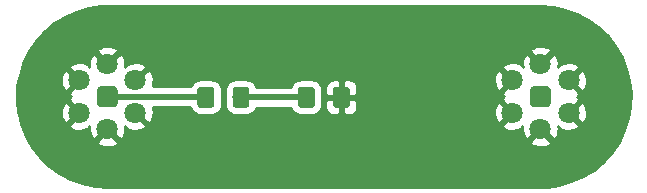
<source format=gbr>
G04 #@! TF.GenerationSoftware,KiCad,Pcbnew,(5.1.5)-3*
G04 #@! TF.CreationDate,2022-07-06T22:09:16+02:00*
G04 #@! TF.ProjectId,Stacked desk light,53746163-6b65-4642-9064-65736b206c69,rev?*
G04 #@! TF.SameCoordinates,Original*
G04 #@! TF.FileFunction,Copper,L1,Top*
G04 #@! TF.FilePolarity,Positive*
%FSLAX46Y46*%
G04 Gerber Fmt 4.6, Leading zero omitted, Abs format (unit mm)*
G04 Created by KiCad (PCBNEW (5.1.5)-3) date 2022-07-06 22:09:16*
%MOMM*%
%LPD*%
G04 APERTURE LIST*
%ADD10C,1.800000*%
%ADD11C,0.100000*%
%ADD12C,0.500000*%
%ADD13C,0.254000*%
G04 APERTURE END LIST*
D10*
X115955598Y-101314092D03*
X118337168Y-102689092D03*
X120718738Y-101314092D03*
G04 #@! TA.AperFunction,ComponentPad*
D11*
G36*
X118831276Y-99041259D02*
G01*
X118874959Y-99047739D01*
X118917796Y-99058469D01*
X118959376Y-99073346D01*
X118999297Y-99092227D01*
X119037175Y-99114931D01*
X119072645Y-99141237D01*
X119105366Y-99170894D01*
X119135023Y-99203615D01*
X119161329Y-99239085D01*
X119184033Y-99276963D01*
X119202914Y-99316884D01*
X119217791Y-99358464D01*
X119228521Y-99401301D01*
X119235001Y-99444984D01*
X119237168Y-99489092D01*
X119237168Y-100389092D01*
X119235001Y-100433200D01*
X119228521Y-100476883D01*
X119217791Y-100519720D01*
X119202914Y-100561300D01*
X119184033Y-100601221D01*
X119161329Y-100639099D01*
X119135023Y-100674569D01*
X119105366Y-100707290D01*
X119072645Y-100736947D01*
X119037175Y-100763253D01*
X118999297Y-100785957D01*
X118959376Y-100804838D01*
X118917796Y-100819715D01*
X118874959Y-100830445D01*
X118831276Y-100836925D01*
X118787168Y-100839092D01*
X117887168Y-100839092D01*
X117843060Y-100836925D01*
X117799377Y-100830445D01*
X117756540Y-100819715D01*
X117714960Y-100804838D01*
X117675039Y-100785957D01*
X117637161Y-100763253D01*
X117601691Y-100736947D01*
X117568970Y-100707290D01*
X117539313Y-100674569D01*
X117513007Y-100639099D01*
X117490303Y-100601221D01*
X117471422Y-100561300D01*
X117456545Y-100519720D01*
X117445815Y-100476883D01*
X117439335Y-100433200D01*
X117437168Y-100389092D01*
X117437168Y-99489092D01*
X117439335Y-99444984D01*
X117445815Y-99401301D01*
X117456545Y-99358464D01*
X117471422Y-99316884D01*
X117490303Y-99276963D01*
X117513007Y-99239085D01*
X117539313Y-99203615D01*
X117568970Y-99170894D01*
X117601691Y-99141237D01*
X117637161Y-99114931D01*
X117675039Y-99092227D01*
X117714960Y-99073346D01*
X117756540Y-99058469D01*
X117799377Y-99047739D01*
X117843060Y-99041259D01*
X117887168Y-99039092D01*
X118787168Y-99039092D01*
X118831276Y-99041259D01*
G37*
G04 #@! TD.AperFunction*
D10*
X115955598Y-98564092D03*
X118337168Y-97189092D03*
X120718738Y-98564092D03*
X79281234Y-101314092D03*
X81662804Y-102689092D03*
X84044374Y-101314092D03*
G04 #@! TA.AperFunction,ComponentPad*
D11*
G36*
X82156912Y-99041259D02*
G01*
X82200595Y-99047739D01*
X82243432Y-99058469D01*
X82285012Y-99073346D01*
X82324933Y-99092227D01*
X82362811Y-99114931D01*
X82398281Y-99141237D01*
X82431002Y-99170894D01*
X82460659Y-99203615D01*
X82486965Y-99239085D01*
X82509669Y-99276963D01*
X82528550Y-99316884D01*
X82543427Y-99358464D01*
X82554157Y-99401301D01*
X82560637Y-99444984D01*
X82562804Y-99489092D01*
X82562804Y-100389092D01*
X82560637Y-100433200D01*
X82554157Y-100476883D01*
X82543427Y-100519720D01*
X82528550Y-100561300D01*
X82509669Y-100601221D01*
X82486965Y-100639099D01*
X82460659Y-100674569D01*
X82431002Y-100707290D01*
X82398281Y-100736947D01*
X82362811Y-100763253D01*
X82324933Y-100785957D01*
X82285012Y-100804838D01*
X82243432Y-100819715D01*
X82200595Y-100830445D01*
X82156912Y-100836925D01*
X82112804Y-100839092D01*
X81212804Y-100839092D01*
X81168696Y-100836925D01*
X81125013Y-100830445D01*
X81082176Y-100819715D01*
X81040596Y-100804838D01*
X81000675Y-100785957D01*
X80962797Y-100763253D01*
X80927327Y-100736947D01*
X80894606Y-100707290D01*
X80864949Y-100674569D01*
X80838643Y-100639099D01*
X80815939Y-100601221D01*
X80797058Y-100561300D01*
X80782181Y-100519720D01*
X80771451Y-100476883D01*
X80764971Y-100433200D01*
X80762804Y-100389092D01*
X80762804Y-99489092D01*
X80764971Y-99444984D01*
X80771451Y-99401301D01*
X80782181Y-99358464D01*
X80797058Y-99316884D01*
X80815939Y-99276963D01*
X80838643Y-99239085D01*
X80864949Y-99203615D01*
X80894606Y-99170894D01*
X80927327Y-99141237D01*
X80962797Y-99114931D01*
X81000675Y-99092227D01*
X81040596Y-99073346D01*
X81082176Y-99058469D01*
X81125013Y-99047739D01*
X81168696Y-99041259D01*
X81212804Y-99039092D01*
X82112804Y-99039092D01*
X82156912Y-99041259D01*
G37*
G04 #@! TD.AperFunction*
D10*
X79281234Y-98564092D03*
X81662804Y-97189092D03*
X84044374Y-98564092D03*
G04 #@! TA.AperFunction,SMDPad,CuDef*
D11*
G36*
X90494504Y-99126204D02*
G01*
X90518773Y-99129804D01*
X90542571Y-99135765D01*
X90565671Y-99144030D01*
X90587849Y-99154520D01*
X90608893Y-99167133D01*
X90628598Y-99181747D01*
X90646777Y-99198223D01*
X90663253Y-99216402D01*
X90677867Y-99236107D01*
X90690480Y-99257151D01*
X90700970Y-99279329D01*
X90709235Y-99302429D01*
X90715196Y-99326227D01*
X90718796Y-99350496D01*
X90720000Y-99375000D01*
X90720000Y-100625000D01*
X90718796Y-100649504D01*
X90715196Y-100673773D01*
X90709235Y-100697571D01*
X90700970Y-100720671D01*
X90690480Y-100742849D01*
X90677867Y-100763893D01*
X90663253Y-100783598D01*
X90646777Y-100801777D01*
X90628598Y-100818253D01*
X90608893Y-100832867D01*
X90587849Y-100845480D01*
X90565671Y-100855970D01*
X90542571Y-100864235D01*
X90518773Y-100870196D01*
X90494504Y-100873796D01*
X90470000Y-100875000D01*
X89545000Y-100875000D01*
X89520496Y-100873796D01*
X89496227Y-100870196D01*
X89472429Y-100864235D01*
X89449329Y-100855970D01*
X89427151Y-100845480D01*
X89406107Y-100832867D01*
X89386402Y-100818253D01*
X89368223Y-100801777D01*
X89351747Y-100783598D01*
X89337133Y-100763893D01*
X89324520Y-100742849D01*
X89314030Y-100720671D01*
X89305765Y-100697571D01*
X89299804Y-100673773D01*
X89296204Y-100649504D01*
X89295000Y-100625000D01*
X89295000Y-99375000D01*
X89296204Y-99350496D01*
X89299804Y-99326227D01*
X89305765Y-99302429D01*
X89314030Y-99279329D01*
X89324520Y-99257151D01*
X89337133Y-99236107D01*
X89351747Y-99216402D01*
X89368223Y-99198223D01*
X89386402Y-99181747D01*
X89406107Y-99167133D01*
X89427151Y-99154520D01*
X89449329Y-99144030D01*
X89472429Y-99135765D01*
X89496227Y-99129804D01*
X89520496Y-99126204D01*
X89545000Y-99125000D01*
X90470000Y-99125000D01*
X90494504Y-99126204D01*
G37*
G04 #@! TD.AperFunction*
G04 #@! TA.AperFunction,SMDPad,CuDef*
G36*
X93469504Y-99126204D02*
G01*
X93493773Y-99129804D01*
X93517571Y-99135765D01*
X93540671Y-99144030D01*
X93562849Y-99154520D01*
X93583893Y-99167133D01*
X93603598Y-99181747D01*
X93621777Y-99198223D01*
X93638253Y-99216402D01*
X93652867Y-99236107D01*
X93665480Y-99257151D01*
X93675970Y-99279329D01*
X93684235Y-99302429D01*
X93690196Y-99326227D01*
X93693796Y-99350496D01*
X93695000Y-99375000D01*
X93695000Y-100625000D01*
X93693796Y-100649504D01*
X93690196Y-100673773D01*
X93684235Y-100697571D01*
X93675970Y-100720671D01*
X93665480Y-100742849D01*
X93652867Y-100763893D01*
X93638253Y-100783598D01*
X93621777Y-100801777D01*
X93603598Y-100818253D01*
X93583893Y-100832867D01*
X93562849Y-100845480D01*
X93540671Y-100855970D01*
X93517571Y-100864235D01*
X93493773Y-100870196D01*
X93469504Y-100873796D01*
X93445000Y-100875000D01*
X92520000Y-100875000D01*
X92495496Y-100873796D01*
X92471227Y-100870196D01*
X92447429Y-100864235D01*
X92424329Y-100855970D01*
X92402151Y-100845480D01*
X92381107Y-100832867D01*
X92361402Y-100818253D01*
X92343223Y-100801777D01*
X92326747Y-100783598D01*
X92312133Y-100763893D01*
X92299520Y-100742849D01*
X92289030Y-100720671D01*
X92280765Y-100697571D01*
X92274804Y-100673773D01*
X92271204Y-100649504D01*
X92270000Y-100625000D01*
X92270000Y-99375000D01*
X92271204Y-99350496D01*
X92274804Y-99326227D01*
X92280765Y-99302429D01*
X92289030Y-99279329D01*
X92299520Y-99257151D01*
X92312133Y-99236107D01*
X92326747Y-99216402D01*
X92343223Y-99198223D01*
X92361402Y-99181747D01*
X92381107Y-99167133D01*
X92402151Y-99154520D01*
X92424329Y-99144030D01*
X92447429Y-99135765D01*
X92471227Y-99129804D01*
X92495496Y-99126204D01*
X92520000Y-99125000D01*
X93445000Y-99125000D01*
X93469504Y-99126204D01*
G37*
G04 #@! TD.AperFunction*
G04 #@! TA.AperFunction,SMDPad,CuDef*
G36*
X98999504Y-99126204D02*
G01*
X99023773Y-99129804D01*
X99047571Y-99135765D01*
X99070671Y-99144030D01*
X99092849Y-99154520D01*
X99113893Y-99167133D01*
X99133598Y-99181747D01*
X99151777Y-99198223D01*
X99168253Y-99216402D01*
X99182867Y-99236107D01*
X99195480Y-99257151D01*
X99205970Y-99279329D01*
X99214235Y-99302429D01*
X99220196Y-99326227D01*
X99223796Y-99350496D01*
X99225000Y-99375000D01*
X99225000Y-100625000D01*
X99223796Y-100649504D01*
X99220196Y-100673773D01*
X99214235Y-100697571D01*
X99205970Y-100720671D01*
X99195480Y-100742849D01*
X99182867Y-100763893D01*
X99168253Y-100783598D01*
X99151777Y-100801777D01*
X99133598Y-100818253D01*
X99113893Y-100832867D01*
X99092849Y-100845480D01*
X99070671Y-100855970D01*
X99047571Y-100864235D01*
X99023773Y-100870196D01*
X98999504Y-100873796D01*
X98975000Y-100875000D01*
X98050000Y-100875000D01*
X98025496Y-100873796D01*
X98001227Y-100870196D01*
X97977429Y-100864235D01*
X97954329Y-100855970D01*
X97932151Y-100845480D01*
X97911107Y-100832867D01*
X97891402Y-100818253D01*
X97873223Y-100801777D01*
X97856747Y-100783598D01*
X97842133Y-100763893D01*
X97829520Y-100742849D01*
X97819030Y-100720671D01*
X97810765Y-100697571D01*
X97804804Y-100673773D01*
X97801204Y-100649504D01*
X97800000Y-100625000D01*
X97800000Y-99375000D01*
X97801204Y-99350496D01*
X97804804Y-99326227D01*
X97810765Y-99302429D01*
X97819030Y-99279329D01*
X97829520Y-99257151D01*
X97842133Y-99236107D01*
X97856747Y-99216402D01*
X97873223Y-99198223D01*
X97891402Y-99181747D01*
X97911107Y-99167133D01*
X97932151Y-99154520D01*
X97954329Y-99144030D01*
X97977429Y-99135765D01*
X98001227Y-99129804D01*
X98025496Y-99126204D01*
X98050000Y-99125000D01*
X98975000Y-99125000D01*
X98999504Y-99126204D01*
G37*
G04 #@! TD.AperFunction*
G04 #@! TA.AperFunction,SMDPad,CuDef*
G36*
X101974504Y-99126204D02*
G01*
X101998773Y-99129804D01*
X102022571Y-99135765D01*
X102045671Y-99144030D01*
X102067849Y-99154520D01*
X102088893Y-99167133D01*
X102108598Y-99181747D01*
X102126777Y-99198223D01*
X102143253Y-99216402D01*
X102157867Y-99236107D01*
X102170480Y-99257151D01*
X102180970Y-99279329D01*
X102189235Y-99302429D01*
X102195196Y-99326227D01*
X102198796Y-99350496D01*
X102200000Y-99375000D01*
X102200000Y-100625000D01*
X102198796Y-100649504D01*
X102195196Y-100673773D01*
X102189235Y-100697571D01*
X102180970Y-100720671D01*
X102170480Y-100742849D01*
X102157867Y-100763893D01*
X102143253Y-100783598D01*
X102126777Y-100801777D01*
X102108598Y-100818253D01*
X102088893Y-100832867D01*
X102067849Y-100845480D01*
X102045671Y-100855970D01*
X102022571Y-100864235D01*
X101998773Y-100870196D01*
X101974504Y-100873796D01*
X101950000Y-100875000D01*
X101025000Y-100875000D01*
X101000496Y-100873796D01*
X100976227Y-100870196D01*
X100952429Y-100864235D01*
X100929329Y-100855970D01*
X100907151Y-100845480D01*
X100886107Y-100832867D01*
X100866402Y-100818253D01*
X100848223Y-100801777D01*
X100831747Y-100783598D01*
X100817133Y-100763893D01*
X100804520Y-100742849D01*
X100794030Y-100720671D01*
X100785765Y-100697571D01*
X100779804Y-100673773D01*
X100776204Y-100649504D01*
X100775000Y-100625000D01*
X100775000Y-99375000D01*
X100776204Y-99350496D01*
X100779804Y-99326227D01*
X100785765Y-99302429D01*
X100794030Y-99279329D01*
X100804520Y-99257151D01*
X100817133Y-99236107D01*
X100831747Y-99216402D01*
X100848223Y-99198223D01*
X100866402Y-99181747D01*
X100886107Y-99167133D01*
X100907151Y-99154520D01*
X100929329Y-99144030D01*
X100952429Y-99135765D01*
X100976227Y-99129804D01*
X101000496Y-99126204D01*
X101025000Y-99125000D01*
X101950000Y-99125000D01*
X101974504Y-99126204D01*
G37*
G04 #@! TD.AperFunction*
D12*
X89946592Y-99939092D02*
X90007500Y-100000000D01*
X81662804Y-99939092D02*
X89946592Y-99939092D01*
X92530000Y-99930000D02*
X92520000Y-99940000D01*
X93695000Y-100000000D02*
X98512500Y-100000000D01*
X92982500Y-100000000D02*
X93695000Y-100000000D01*
D13*
G36*
X119402010Y-92362354D02*
G01*
X120446123Y-92584286D01*
X121449193Y-92949374D01*
X122391691Y-93450509D01*
X123255261Y-94077931D01*
X124023116Y-94819440D01*
X124680300Y-95660596D01*
X125214023Y-96585031D01*
X125613890Y-97574739D01*
X125872129Y-98610477D01*
X125983707Y-99672065D01*
X125946454Y-100738861D01*
X125761094Y-101790086D01*
X125431237Y-102805280D01*
X124963303Y-103764688D01*
X124366397Y-104649638D01*
X123652136Y-105442906D01*
X122834434Y-106129040D01*
X121929188Y-106694699D01*
X120954033Y-107128867D01*
X119927940Y-107423094D01*
X118859439Y-107573262D01*
X118325646Y-107591903D01*
X81685848Y-107591903D01*
X80597961Y-107515830D01*
X79553849Y-107293898D01*
X78550779Y-106928810D01*
X77608290Y-106427680D01*
X76744710Y-105800253D01*
X75976856Y-105058744D01*
X75319672Y-104217588D01*
X75051542Y-103753172D01*
X80778329Y-103753172D01*
X80862012Y-104007353D01*
X81134579Y-104138250D01*
X81427446Y-104213457D01*
X81729357Y-104230083D01*
X82028711Y-104187489D01*
X82314003Y-104087314D01*
X82463596Y-104007353D01*
X82547279Y-103753172D01*
X117452693Y-103753172D01*
X117536376Y-104007353D01*
X117808943Y-104138250D01*
X118101810Y-104213457D01*
X118403721Y-104230083D01*
X118703075Y-104187489D01*
X118988367Y-104087314D01*
X119137960Y-104007353D01*
X119221643Y-103753172D01*
X118337168Y-102868697D01*
X117452693Y-103753172D01*
X82547279Y-103753172D01*
X81662804Y-102868697D01*
X80778329Y-103753172D01*
X75051542Y-103753172D01*
X74785951Y-103293155D01*
X74386082Y-102303445D01*
X74156002Y-101380645D01*
X77740243Y-101380645D01*
X77782837Y-101679999D01*
X77883012Y-101965291D01*
X77962973Y-102114884D01*
X78217154Y-102198567D01*
X79101629Y-101314092D01*
X78217154Y-100429617D01*
X77962973Y-100513300D01*
X77832076Y-100785867D01*
X77756869Y-101078734D01*
X77740243Y-101380645D01*
X74156002Y-101380645D01*
X74127843Y-101267706D01*
X74016266Y-100206118D01*
X74053518Y-99139323D01*
X74143211Y-98630645D01*
X77740243Y-98630645D01*
X77782837Y-98929999D01*
X77883012Y-99215291D01*
X77962973Y-99364884D01*
X78217154Y-99448567D01*
X79101629Y-98564092D01*
X78217154Y-97679617D01*
X77962973Y-97763300D01*
X77832076Y-98035867D01*
X77756869Y-98328734D01*
X77740243Y-98630645D01*
X74143211Y-98630645D01*
X74238878Y-98088098D01*
X74429958Y-97500012D01*
X78396759Y-97500012D01*
X79281234Y-98384487D01*
X79295377Y-98370345D01*
X79474982Y-98549950D01*
X79460839Y-98564092D01*
X79474982Y-98578235D01*
X79295377Y-98757840D01*
X79281234Y-98743697D01*
X78396759Y-99628172D01*
X78480442Y-99882353D01*
X78592269Y-99936057D01*
X78480442Y-99995831D01*
X78396759Y-100250012D01*
X79281234Y-101134487D01*
X79295377Y-101120345D01*
X79474982Y-101299950D01*
X79460839Y-101314092D01*
X79474982Y-101328235D01*
X79295377Y-101507840D01*
X79281234Y-101493697D01*
X78396759Y-102378172D01*
X78480442Y-102632353D01*
X78753009Y-102763250D01*
X79045876Y-102838457D01*
X79347787Y-102855083D01*
X79647141Y-102812489D01*
X79932433Y-102712314D01*
X80082026Y-102632353D01*
X80137958Y-102462463D01*
X80121813Y-102755645D01*
X80164407Y-103054999D01*
X80264582Y-103340291D01*
X80344543Y-103489884D01*
X80598724Y-103573567D01*
X81483199Y-102689092D01*
X81469057Y-102674950D01*
X81648662Y-102495345D01*
X81662804Y-102509487D01*
X81676947Y-102495345D01*
X81856552Y-102674950D01*
X81842409Y-102689092D01*
X82726884Y-103573567D01*
X82981065Y-103489884D01*
X83111962Y-103217317D01*
X83187169Y-102924450D01*
X83203795Y-102622539D01*
X83175971Y-102426989D01*
X83243582Y-102632353D01*
X83516149Y-102763250D01*
X83809016Y-102838457D01*
X84110927Y-102855083D01*
X84410281Y-102812489D01*
X84695573Y-102712314D01*
X84845166Y-102632353D01*
X84928849Y-102378172D01*
X84044374Y-101493697D01*
X84030232Y-101507840D01*
X83850627Y-101328235D01*
X83864769Y-101314092D01*
X83850627Y-101299950D01*
X84030232Y-101120345D01*
X84044374Y-101134487D01*
X84058517Y-101120345D01*
X84238122Y-101299950D01*
X84223979Y-101314092D01*
X85108454Y-102198567D01*
X85362635Y-102114884D01*
X85493532Y-101842317D01*
X85568739Y-101549450D01*
X85585365Y-101247539D01*
X85542771Y-100948185D01*
X85499198Y-100824092D01*
X88681830Y-100824092D01*
X88724528Y-100964850D01*
X88806595Y-101118386D01*
X88917038Y-101252962D01*
X89051614Y-101363405D01*
X89205150Y-101445472D01*
X89371746Y-101496008D01*
X89545000Y-101513072D01*
X90470000Y-101513072D01*
X90643254Y-101496008D01*
X90809850Y-101445472D01*
X90963386Y-101363405D01*
X91097962Y-101252962D01*
X91208405Y-101118386D01*
X91290472Y-100964850D01*
X91341008Y-100798254D01*
X91358072Y-100625000D01*
X91358072Y-99940000D01*
X91630719Y-99940000D01*
X91631928Y-99952276D01*
X91631928Y-100625000D01*
X91648992Y-100798254D01*
X91699528Y-100964850D01*
X91781595Y-101118386D01*
X91892038Y-101252962D01*
X92026614Y-101363405D01*
X92180150Y-101445472D01*
X92346746Y-101496008D01*
X92520000Y-101513072D01*
X93445000Y-101513072D01*
X93618254Y-101496008D01*
X93784850Y-101445472D01*
X93938386Y-101363405D01*
X94072962Y-101252962D01*
X94183405Y-101118386D01*
X94265472Y-100964850D01*
X94289694Y-100885000D01*
X97205306Y-100885000D01*
X97229528Y-100964850D01*
X97311595Y-101118386D01*
X97422038Y-101252962D01*
X97556614Y-101363405D01*
X97710150Y-101445472D01*
X97876746Y-101496008D01*
X98050000Y-101513072D01*
X98975000Y-101513072D01*
X99148254Y-101496008D01*
X99314850Y-101445472D01*
X99468386Y-101363405D01*
X99602962Y-101252962D01*
X99713405Y-101118386D01*
X99795472Y-100964850D01*
X99822727Y-100875000D01*
X100136928Y-100875000D01*
X100149188Y-100999482D01*
X100185498Y-101119180D01*
X100244463Y-101229494D01*
X100323815Y-101326185D01*
X100420506Y-101405537D01*
X100530820Y-101464502D01*
X100650518Y-101500812D01*
X100775000Y-101513072D01*
X101201750Y-101510000D01*
X101360500Y-101351250D01*
X101360500Y-100127000D01*
X101614500Y-100127000D01*
X101614500Y-101351250D01*
X101773250Y-101510000D01*
X102200000Y-101513072D01*
X102324482Y-101500812D01*
X102444180Y-101464502D01*
X102554494Y-101405537D01*
X102584825Y-101380645D01*
X114414607Y-101380645D01*
X114457201Y-101679999D01*
X114557376Y-101965291D01*
X114637337Y-102114884D01*
X114891518Y-102198567D01*
X115775993Y-101314092D01*
X114891518Y-100429617D01*
X114637337Y-100513300D01*
X114506440Y-100785867D01*
X114431233Y-101078734D01*
X114414607Y-101380645D01*
X102584825Y-101380645D01*
X102651185Y-101326185D01*
X102730537Y-101229494D01*
X102789502Y-101119180D01*
X102825812Y-100999482D01*
X102838072Y-100875000D01*
X102835000Y-100285750D01*
X102676250Y-100127000D01*
X101614500Y-100127000D01*
X101360500Y-100127000D01*
X100298750Y-100127000D01*
X100140000Y-100285750D01*
X100136928Y-100875000D01*
X99822727Y-100875000D01*
X99846008Y-100798254D01*
X99863072Y-100625000D01*
X99863072Y-99375000D01*
X99846008Y-99201746D01*
X99822728Y-99125000D01*
X100136928Y-99125000D01*
X100140000Y-99714250D01*
X100298750Y-99873000D01*
X101360500Y-99873000D01*
X101360500Y-98648750D01*
X101614500Y-98648750D01*
X101614500Y-99873000D01*
X102676250Y-99873000D01*
X102835000Y-99714250D01*
X102838072Y-99125000D01*
X102825812Y-99000518D01*
X102789502Y-98880820D01*
X102730537Y-98770506D01*
X102651185Y-98673815D01*
X102598583Y-98630645D01*
X114414607Y-98630645D01*
X114457201Y-98929999D01*
X114557376Y-99215291D01*
X114637337Y-99364884D01*
X114891518Y-99448567D01*
X115775993Y-98564092D01*
X114891518Y-97679617D01*
X114637337Y-97763300D01*
X114506440Y-98035867D01*
X114431233Y-98328734D01*
X114414607Y-98630645D01*
X102598583Y-98630645D01*
X102554494Y-98594463D01*
X102444180Y-98535498D01*
X102324482Y-98499188D01*
X102200000Y-98486928D01*
X101773250Y-98490000D01*
X101614500Y-98648750D01*
X101360500Y-98648750D01*
X101201750Y-98490000D01*
X100775000Y-98486928D01*
X100650518Y-98499188D01*
X100530820Y-98535498D01*
X100420506Y-98594463D01*
X100323815Y-98673815D01*
X100244463Y-98770506D01*
X100185498Y-98880820D01*
X100149188Y-99000518D01*
X100136928Y-99125000D01*
X99822728Y-99125000D01*
X99795472Y-99035150D01*
X99713405Y-98881614D01*
X99602962Y-98747038D01*
X99468386Y-98636595D01*
X99314850Y-98554528D01*
X99148254Y-98503992D01*
X98975000Y-98486928D01*
X98050000Y-98486928D01*
X97876746Y-98503992D01*
X97710150Y-98554528D01*
X97556614Y-98636595D01*
X97422038Y-98747038D01*
X97311595Y-98881614D01*
X97229528Y-99035150D01*
X97205306Y-99115000D01*
X94289694Y-99115000D01*
X94265472Y-99035150D01*
X94183405Y-98881614D01*
X94072962Y-98747038D01*
X93938386Y-98636595D01*
X93784850Y-98554528D01*
X93618254Y-98503992D01*
X93445000Y-98486928D01*
X92520000Y-98486928D01*
X92346746Y-98503992D01*
X92180150Y-98554528D01*
X92026614Y-98636595D01*
X91892038Y-98747038D01*
X91781595Y-98881614D01*
X91699528Y-99035150D01*
X91648992Y-99201746D01*
X91631928Y-99375000D01*
X91631928Y-99927724D01*
X91630719Y-99940000D01*
X91358072Y-99940000D01*
X91358072Y-99375000D01*
X91341008Y-99201746D01*
X91290472Y-99035150D01*
X91208405Y-98881614D01*
X91097962Y-98747038D01*
X90963386Y-98636595D01*
X90809850Y-98554528D01*
X90643254Y-98503992D01*
X90470000Y-98486928D01*
X89545000Y-98486928D01*
X89371746Y-98503992D01*
X89205150Y-98554528D01*
X89051614Y-98636595D01*
X88917038Y-98747038D01*
X88806595Y-98881614D01*
X88724528Y-99035150D01*
X88718782Y-99054092D01*
X85503348Y-99054092D01*
X85568739Y-98799450D01*
X85585365Y-98497539D01*
X85542771Y-98198185D01*
X85442596Y-97912893D01*
X85362635Y-97763300D01*
X85108454Y-97679617D01*
X84223979Y-98564092D01*
X84238122Y-98578235D01*
X84058517Y-98757840D01*
X84044374Y-98743697D01*
X84030232Y-98757840D01*
X83850627Y-98578235D01*
X83864769Y-98564092D01*
X83850627Y-98549950D01*
X84030232Y-98370345D01*
X84044374Y-98384487D01*
X84928849Y-97500012D01*
X115071123Y-97500012D01*
X115955598Y-98384487D01*
X115969741Y-98370345D01*
X116149346Y-98549950D01*
X116135203Y-98564092D01*
X116149346Y-98578235D01*
X115969741Y-98757840D01*
X115955598Y-98743697D01*
X115071123Y-99628172D01*
X115154806Y-99882353D01*
X115266633Y-99936057D01*
X115154806Y-99995831D01*
X115071123Y-100250012D01*
X115955598Y-101134487D01*
X115969741Y-101120345D01*
X116149346Y-101299950D01*
X116135203Y-101314092D01*
X116149346Y-101328235D01*
X115969741Y-101507840D01*
X115955598Y-101493697D01*
X115071123Y-102378172D01*
X115154806Y-102632353D01*
X115427373Y-102763250D01*
X115720240Y-102838457D01*
X116022151Y-102855083D01*
X116321505Y-102812489D01*
X116606797Y-102712314D01*
X116756390Y-102632353D01*
X116812322Y-102462463D01*
X116796177Y-102755645D01*
X116838771Y-103054999D01*
X116938946Y-103340291D01*
X117018907Y-103489884D01*
X117273088Y-103573567D01*
X118157563Y-102689092D01*
X118143421Y-102674950D01*
X118323026Y-102495345D01*
X118337168Y-102509487D01*
X118351311Y-102495345D01*
X118530916Y-102674950D01*
X118516773Y-102689092D01*
X119401248Y-103573567D01*
X119655429Y-103489884D01*
X119786326Y-103217317D01*
X119861533Y-102924450D01*
X119878159Y-102622539D01*
X119850335Y-102426989D01*
X119917946Y-102632353D01*
X120190513Y-102763250D01*
X120483380Y-102838457D01*
X120785291Y-102855083D01*
X121084645Y-102812489D01*
X121369937Y-102712314D01*
X121519530Y-102632353D01*
X121603213Y-102378172D01*
X120718738Y-101493697D01*
X120704596Y-101507840D01*
X120524991Y-101328235D01*
X120539133Y-101314092D01*
X120898343Y-101314092D01*
X121782818Y-102198567D01*
X122036999Y-102114884D01*
X122167896Y-101842317D01*
X122243103Y-101549450D01*
X122259729Y-101247539D01*
X122217135Y-100948185D01*
X122116960Y-100662893D01*
X122036999Y-100513300D01*
X121782818Y-100429617D01*
X120898343Y-101314092D01*
X120539133Y-101314092D01*
X120524991Y-101299950D01*
X120704596Y-101120345D01*
X120718738Y-101134487D01*
X121603213Y-100250012D01*
X121519530Y-99995831D01*
X121407703Y-99942127D01*
X121519530Y-99882353D01*
X121603213Y-99628172D01*
X120718738Y-98743697D01*
X120704596Y-98757840D01*
X120524991Y-98578235D01*
X120539133Y-98564092D01*
X120898343Y-98564092D01*
X121782818Y-99448567D01*
X122036999Y-99364884D01*
X122167896Y-99092317D01*
X122243103Y-98799450D01*
X122259729Y-98497539D01*
X122217135Y-98198185D01*
X122116960Y-97912893D01*
X122036999Y-97763300D01*
X121782818Y-97679617D01*
X120898343Y-98564092D01*
X120539133Y-98564092D01*
X120524991Y-98549950D01*
X120704596Y-98370345D01*
X120718738Y-98384487D01*
X121603213Y-97500012D01*
X121519530Y-97245831D01*
X121246963Y-97114934D01*
X120954096Y-97039727D01*
X120652185Y-97023101D01*
X120352831Y-97065695D01*
X120067539Y-97165870D01*
X119917946Y-97245831D01*
X119862014Y-97415721D01*
X119878159Y-97122539D01*
X119835565Y-96823185D01*
X119735390Y-96537893D01*
X119655429Y-96388300D01*
X119401248Y-96304617D01*
X118516773Y-97189092D01*
X118530916Y-97203235D01*
X118351311Y-97382840D01*
X118337168Y-97368697D01*
X118323026Y-97382840D01*
X118143421Y-97203235D01*
X118157563Y-97189092D01*
X117273088Y-96304617D01*
X117018907Y-96388300D01*
X116888010Y-96660867D01*
X116812803Y-96953734D01*
X116796177Y-97255645D01*
X116824001Y-97451195D01*
X116756390Y-97245831D01*
X116483823Y-97114934D01*
X116190956Y-97039727D01*
X115889045Y-97023101D01*
X115589691Y-97065695D01*
X115304399Y-97165870D01*
X115154806Y-97245831D01*
X115071123Y-97500012D01*
X84928849Y-97500012D01*
X84845166Y-97245831D01*
X84572599Y-97114934D01*
X84279732Y-97039727D01*
X83977821Y-97023101D01*
X83678467Y-97065695D01*
X83393175Y-97165870D01*
X83243582Y-97245831D01*
X83187650Y-97415721D01*
X83203795Y-97122539D01*
X83161201Y-96823185D01*
X83061026Y-96537893D01*
X82981065Y-96388300D01*
X82726884Y-96304617D01*
X81842409Y-97189092D01*
X81856552Y-97203235D01*
X81676947Y-97382840D01*
X81662804Y-97368697D01*
X81648662Y-97382840D01*
X81469057Y-97203235D01*
X81483199Y-97189092D01*
X80598724Y-96304617D01*
X80344543Y-96388300D01*
X80213646Y-96660867D01*
X80138439Y-96953734D01*
X80121813Y-97255645D01*
X80149637Y-97451195D01*
X80082026Y-97245831D01*
X79809459Y-97114934D01*
X79516592Y-97039727D01*
X79214681Y-97023101D01*
X78915327Y-97065695D01*
X78630035Y-97165870D01*
X78480442Y-97245831D01*
X78396759Y-97500012D01*
X74429958Y-97500012D01*
X74568735Y-97072904D01*
X75031050Y-96125012D01*
X80778329Y-96125012D01*
X81662804Y-97009487D01*
X82547279Y-96125012D01*
X117452693Y-96125012D01*
X118337168Y-97009487D01*
X119221643Y-96125012D01*
X119137960Y-95870831D01*
X118865393Y-95739934D01*
X118572526Y-95664727D01*
X118270615Y-95648101D01*
X117971261Y-95690695D01*
X117685969Y-95790870D01*
X117536376Y-95870831D01*
X117452693Y-96125012D01*
X82547279Y-96125012D01*
X82463596Y-95870831D01*
X82191029Y-95739934D01*
X81898162Y-95664727D01*
X81596251Y-95648101D01*
X81296897Y-95690695D01*
X81011605Y-95790870D01*
X80862012Y-95870831D01*
X80778329Y-96125012D01*
X75031050Y-96125012D01*
X75036669Y-96113493D01*
X75633575Y-95228546D01*
X76347836Y-94435278D01*
X77165539Y-93749144D01*
X78070783Y-93183485D01*
X79045937Y-92749318D01*
X80072032Y-92455090D01*
X81140535Y-92304922D01*
X81674326Y-92286281D01*
X118314124Y-92286281D01*
X119402010Y-92362354D01*
G37*
X119402010Y-92362354D02*
X120446123Y-92584286D01*
X121449193Y-92949374D01*
X122391691Y-93450509D01*
X123255261Y-94077931D01*
X124023116Y-94819440D01*
X124680300Y-95660596D01*
X125214023Y-96585031D01*
X125613890Y-97574739D01*
X125872129Y-98610477D01*
X125983707Y-99672065D01*
X125946454Y-100738861D01*
X125761094Y-101790086D01*
X125431237Y-102805280D01*
X124963303Y-103764688D01*
X124366397Y-104649638D01*
X123652136Y-105442906D01*
X122834434Y-106129040D01*
X121929188Y-106694699D01*
X120954033Y-107128867D01*
X119927940Y-107423094D01*
X118859439Y-107573262D01*
X118325646Y-107591903D01*
X81685848Y-107591903D01*
X80597961Y-107515830D01*
X79553849Y-107293898D01*
X78550779Y-106928810D01*
X77608290Y-106427680D01*
X76744710Y-105800253D01*
X75976856Y-105058744D01*
X75319672Y-104217588D01*
X75051542Y-103753172D01*
X80778329Y-103753172D01*
X80862012Y-104007353D01*
X81134579Y-104138250D01*
X81427446Y-104213457D01*
X81729357Y-104230083D01*
X82028711Y-104187489D01*
X82314003Y-104087314D01*
X82463596Y-104007353D01*
X82547279Y-103753172D01*
X117452693Y-103753172D01*
X117536376Y-104007353D01*
X117808943Y-104138250D01*
X118101810Y-104213457D01*
X118403721Y-104230083D01*
X118703075Y-104187489D01*
X118988367Y-104087314D01*
X119137960Y-104007353D01*
X119221643Y-103753172D01*
X118337168Y-102868697D01*
X117452693Y-103753172D01*
X82547279Y-103753172D01*
X81662804Y-102868697D01*
X80778329Y-103753172D01*
X75051542Y-103753172D01*
X74785951Y-103293155D01*
X74386082Y-102303445D01*
X74156002Y-101380645D01*
X77740243Y-101380645D01*
X77782837Y-101679999D01*
X77883012Y-101965291D01*
X77962973Y-102114884D01*
X78217154Y-102198567D01*
X79101629Y-101314092D01*
X78217154Y-100429617D01*
X77962973Y-100513300D01*
X77832076Y-100785867D01*
X77756869Y-101078734D01*
X77740243Y-101380645D01*
X74156002Y-101380645D01*
X74127843Y-101267706D01*
X74016266Y-100206118D01*
X74053518Y-99139323D01*
X74143211Y-98630645D01*
X77740243Y-98630645D01*
X77782837Y-98929999D01*
X77883012Y-99215291D01*
X77962973Y-99364884D01*
X78217154Y-99448567D01*
X79101629Y-98564092D01*
X78217154Y-97679617D01*
X77962973Y-97763300D01*
X77832076Y-98035867D01*
X77756869Y-98328734D01*
X77740243Y-98630645D01*
X74143211Y-98630645D01*
X74238878Y-98088098D01*
X74429958Y-97500012D01*
X78396759Y-97500012D01*
X79281234Y-98384487D01*
X79295377Y-98370345D01*
X79474982Y-98549950D01*
X79460839Y-98564092D01*
X79474982Y-98578235D01*
X79295377Y-98757840D01*
X79281234Y-98743697D01*
X78396759Y-99628172D01*
X78480442Y-99882353D01*
X78592269Y-99936057D01*
X78480442Y-99995831D01*
X78396759Y-100250012D01*
X79281234Y-101134487D01*
X79295377Y-101120345D01*
X79474982Y-101299950D01*
X79460839Y-101314092D01*
X79474982Y-101328235D01*
X79295377Y-101507840D01*
X79281234Y-101493697D01*
X78396759Y-102378172D01*
X78480442Y-102632353D01*
X78753009Y-102763250D01*
X79045876Y-102838457D01*
X79347787Y-102855083D01*
X79647141Y-102812489D01*
X79932433Y-102712314D01*
X80082026Y-102632353D01*
X80137958Y-102462463D01*
X80121813Y-102755645D01*
X80164407Y-103054999D01*
X80264582Y-103340291D01*
X80344543Y-103489884D01*
X80598724Y-103573567D01*
X81483199Y-102689092D01*
X81469057Y-102674950D01*
X81648662Y-102495345D01*
X81662804Y-102509487D01*
X81676947Y-102495345D01*
X81856552Y-102674950D01*
X81842409Y-102689092D01*
X82726884Y-103573567D01*
X82981065Y-103489884D01*
X83111962Y-103217317D01*
X83187169Y-102924450D01*
X83203795Y-102622539D01*
X83175971Y-102426989D01*
X83243582Y-102632353D01*
X83516149Y-102763250D01*
X83809016Y-102838457D01*
X84110927Y-102855083D01*
X84410281Y-102812489D01*
X84695573Y-102712314D01*
X84845166Y-102632353D01*
X84928849Y-102378172D01*
X84044374Y-101493697D01*
X84030232Y-101507840D01*
X83850627Y-101328235D01*
X83864769Y-101314092D01*
X83850627Y-101299950D01*
X84030232Y-101120345D01*
X84044374Y-101134487D01*
X84058517Y-101120345D01*
X84238122Y-101299950D01*
X84223979Y-101314092D01*
X85108454Y-102198567D01*
X85362635Y-102114884D01*
X85493532Y-101842317D01*
X85568739Y-101549450D01*
X85585365Y-101247539D01*
X85542771Y-100948185D01*
X85499198Y-100824092D01*
X88681830Y-100824092D01*
X88724528Y-100964850D01*
X88806595Y-101118386D01*
X88917038Y-101252962D01*
X89051614Y-101363405D01*
X89205150Y-101445472D01*
X89371746Y-101496008D01*
X89545000Y-101513072D01*
X90470000Y-101513072D01*
X90643254Y-101496008D01*
X90809850Y-101445472D01*
X90963386Y-101363405D01*
X91097962Y-101252962D01*
X91208405Y-101118386D01*
X91290472Y-100964850D01*
X91341008Y-100798254D01*
X91358072Y-100625000D01*
X91358072Y-99940000D01*
X91630719Y-99940000D01*
X91631928Y-99952276D01*
X91631928Y-100625000D01*
X91648992Y-100798254D01*
X91699528Y-100964850D01*
X91781595Y-101118386D01*
X91892038Y-101252962D01*
X92026614Y-101363405D01*
X92180150Y-101445472D01*
X92346746Y-101496008D01*
X92520000Y-101513072D01*
X93445000Y-101513072D01*
X93618254Y-101496008D01*
X93784850Y-101445472D01*
X93938386Y-101363405D01*
X94072962Y-101252962D01*
X94183405Y-101118386D01*
X94265472Y-100964850D01*
X94289694Y-100885000D01*
X97205306Y-100885000D01*
X97229528Y-100964850D01*
X97311595Y-101118386D01*
X97422038Y-101252962D01*
X97556614Y-101363405D01*
X97710150Y-101445472D01*
X97876746Y-101496008D01*
X98050000Y-101513072D01*
X98975000Y-101513072D01*
X99148254Y-101496008D01*
X99314850Y-101445472D01*
X99468386Y-101363405D01*
X99602962Y-101252962D01*
X99713405Y-101118386D01*
X99795472Y-100964850D01*
X99822727Y-100875000D01*
X100136928Y-100875000D01*
X100149188Y-100999482D01*
X100185498Y-101119180D01*
X100244463Y-101229494D01*
X100323815Y-101326185D01*
X100420506Y-101405537D01*
X100530820Y-101464502D01*
X100650518Y-101500812D01*
X100775000Y-101513072D01*
X101201750Y-101510000D01*
X101360500Y-101351250D01*
X101360500Y-100127000D01*
X101614500Y-100127000D01*
X101614500Y-101351250D01*
X101773250Y-101510000D01*
X102200000Y-101513072D01*
X102324482Y-101500812D01*
X102444180Y-101464502D01*
X102554494Y-101405537D01*
X102584825Y-101380645D01*
X114414607Y-101380645D01*
X114457201Y-101679999D01*
X114557376Y-101965291D01*
X114637337Y-102114884D01*
X114891518Y-102198567D01*
X115775993Y-101314092D01*
X114891518Y-100429617D01*
X114637337Y-100513300D01*
X114506440Y-100785867D01*
X114431233Y-101078734D01*
X114414607Y-101380645D01*
X102584825Y-101380645D01*
X102651185Y-101326185D01*
X102730537Y-101229494D01*
X102789502Y-101119180D01*
X102825812Y-100999482D01*
X102838072Y-100875000D01*
X102835000Y-100285750D01*
X102676250Y-100127000D01*
X101614500Y-100127000D01*
X101360500Y-100127000D01*
X100298750Y-100127000D01*
X100140000Y-100285750D01*
X100136928Y-100875000D01*
X99822727Y-100875000D01*
X99846008Y-100798254D01*
X99863072Y-100625000D01*
X99863072Y-99375000D01*
X99846008Y-99201746D01*
X99822728Y-99125000D01*
X100136928Y-99125000D01*
X100140000Y-99714250D01*
X100298750Y-99873000D01*
X101360500Y-99873000D01*
X101360500Y-98648750D01*
X101614500Y-98648750D01*
X101614500Y-99873000D01*
X102676250Y-99873000D01*
X102835000Y-99714250D01*
X102838072Y-99125000D01*
X102825812Y-99000518D01*
X102789502Y-98880820D01*
X102730537Y-98770506D01*
X102651185Y-98673815D01*
X102598583Y-98630645D01*
X114414607Y-98630645D01*
X114457201Y-98929999D01*
X114557376Y-99215291D01*
X114637337Y-99364884D01*
X114891518Y-99448567D01*
X115775993Y-98564092D01*
X114891518Y-97679617D01*
X114637337Y-97763300D01*
X114506440Y-98035867D01*
X114431233Y-98328734D01*
X114414607Y-98630645D01*
X102598583Y-98630645D01*
X102554494Y-98594463D01*
X102444180Y-98535498D01*
X102324482Y-98499188D01*
X102200000Y-98486928D01*
X101773250Y-98490000D01*
X101614500Y-98648750D01*
X101360500Y-98648750D01*
X101201750Y-98490000D01*
X100775000Y-98486928D01*
X100650518Y-98499188D01*
X100530820Y-98535498D01*
X100420506Y-98594463D01*
X100323815Y-98673815D01*
X100244463Y-98770506D01*
X100185498Y-98880820D01*
X100149188Y-99000518D01*
X100136928Y-99125000D01*
X99822728Y-99125000D01*
X99795472Y-99035150D01*
X99713405Y-98881614D01*
X99602962Y-98747038D01*
X99468386Y-98636595D01*
X99314850Y-98554528D01*
X99148254Y-98503992D01*
X98975000Y-98486928D01*
X98050000Y-98486928D01*
X97876746Y-98503992D01*
X97710150Y-98554528D01*
X97556614Y-98636595D01*
X97422038Y-98747038D01*
X97311595Y-98881614D01*
X97229528Y-99035150D01*
X97205306Y-99115000D01*
X94289694Y-99115000D01*
X94265472Y-99035150D01*
X94183405Y-98881614D01*
X94072962Y-98747038D01*
X93938386Y-98636595D01*
X93784850Y-98554528D01*
X93618254Y-98503992D01*
X93445000Y-98486928D01*
X92520000Y-98486928D01*
X92346746Y-98503992D01*
X92180150Y-98554528D01*
X92026614Y-98636595D01*
X91892038Y-98747038D01*
X91781595Y-98881614D01*
X91699528Y-99035150D01*
X91648992Y-99201746D01*
X91631928Y-99375000D01*
X91631928Y-99927724D01*
X91630719Y-99940000D01*
X91358072Y-99940000D01*
X91358072Y-99375000D01*
X91341008Y-99201746D01*
X91290472Y-99035150D01*
X91208405Y-98881614D01*
X91097962Y-98747038D01*
X90963386Y-98636595D01*
X90809850Y-98554528D01*
X90643254Y-98503992D01*
X90470000Y-98486928D01*
X89545000Y-98486928D01*
X89371746Y-98503992D01*
X89205150Y-98554528D01*
X89051614Y-98636595D01*
X88917038Y-98747038D01*
X88806595Y-98881614D01*
X88724528Y-99035150D01*
X88718782Y-99054092D01*
X85503348Y-99054092D01*
X85568739Y-98799450D01*
X85585365Y-98497539D01*
X85542771Y-98198185D01*
X85442596Y-97912893D01*
X85362635Y-97763300D01*
X85108454Y-97679617D01*
X84223979Y-98564092D01*
X84238122Y-98578235D01*
X84058517Y-98757840D01*
X84044374Y-98743697D01*
X84030232Y-98757840D01*
X83850627Y-98578235D01*
X83864769Y-98564092D01*
X83850627Y-98549950D01*
X84030232Y-98370345D01*
X84044374Y-98384487D01*
X84928849Y-97500012D01*
X115071123Y-97500012D01*
X115955598Y-98384487D01*
X115969741Y-98370345D01*
X116149346Y-98549950D01*
X116135203Y-98564092D01*
X116149346Y-98578235D01*
X115969741Y-98757840D01*
X115955598Y-98743697D01*
X115071123Y-99628172D01*
X115154806Y-99882353D01*
X115266633Y-99936057D01*
X115154806Y-99995831D01*
X115071123Y-100250012D01*
X115955598Y-101134487D01*
X115969741Y-101120345D01*
X116149346Y-101299950D01*
X116135203Y-101314092D01*
X116149346Y-101328235D01*
X115969741Y-101507840D01*
X115955598Y-101493697D01*
X115071123Y-102378172D01*
X115154806Y-102632353D01*
X115427373Y-102763250D01*
X115720240Y-102838457D01*
X116022151Y-102855083D01*
X116321505Y-102812489D01*
X116606797Y-102712314D01*
X116756390Y-102632353D01*
X116812322Y-102462463D01*
X116796177Y-102755645D01*
X116838771Y-103054999D01*
X116938946Y-103340291D01*
X117018907Y-103489884D01*
X117273088Y-103573567D01*
X118157563Y-102689092D01*
X118143421Y-102674950D01*
X118323026Y-102495345D01*
X118337168Y-102509487D01*
X118351311Y-102495345D01*
X118530916Y-102674950D01*
X118516773Y-102689092D01*
X119401248Y-103573567D01*
X119655429Y-103489884D01*
X119786326Y-103217317D01*
X119861533Y-102924450D01*
X119878159Y-102622539D01*
X119850335Y-102426989D01*
X119917946Y-102632353D01*
X120190513Y-102763250D01*
X120483380Y-102838457D01*
X120785291Y-102855083D01*
X121084645Y-102812489D01*
X121369937Y-102712314D01*
X121519530Y-102632353D01*
X121603213Y-102378172D01*
X120718738Y-101493697D01*
X120704596Y-101507840D01*
X120524991Y-101328235D01*
X120539133Y-101314092D01*
X120898343Y-101314092D01*
X121782818Y-102198567D01*
X122036999Y-102114884D01*
X122167896Y-101842317D01*
X122243103Y-101549450D01*
X122259729Y-101247539D01*
X122217135Y-100948185D01*
X122116960Y-100662893D01*
X122036999Y-100513300D01*
X121782818Y-100429617D01*
X120898343Y-101314092D01*
X120539133Y-101314092D01*
X120524991Y-101299950D01*
X120704596Y-101120345D01*
X120718738Y-101134487D01*
X121603213Y-100250012D01*
X121519530Y-99995831D01*
X121407703Y-99942127D01*
X121519530Y-99882353D01*
X121603213Y-99628172D01*
X120718738Y-98743697D01*
X120704596Y-98757840D01*
X120524991Y-98578235D01*
X120539133Y-98564092D01*
X120898343Y-98564092D01*
X121782818Y-99448567D01*
X122036999Y-99364884D01*
X122167896Y-99092317D01*
X122243103Y-98799450D01*
X122259729Y-98497539D01*
X122217135Y-98198185D01*
X122116960Y-97912893D01*
X122036999Y-97763300D01*
X121782818Y-97679617D01*
X120898343Y-98564092D01*
X120539133Y-98564092D01*
X120524991Y-98549950D01*
X120704596Y-98370345D01*
X120718738Y-98384487D01*
X121603213Y-97500012D01*
X121519530Y-97245831D01*
X121246963Y-97114934D01*
X120954096Y-97039727D01*
X120652185Y-97023101D01*
X120352831Y-97065695D01*
X120067539Y-97165870D01*
X119917946Y-97245831D01*
X119862014Y-97415721D01*
X119878159Y-97122539D01*
X119835565Y-96823185D01*
X119735390Y-96537893D01*
X119655429Y-96388300D01*
X119401248Y-96304617D01*
X118516773Y-97189092D01*
X118530916Y-97203235D01*
X118351311Y-97382840D01*
X118337168Y-97368697D01*
X118323026Y-97382840D01*
X118143421Y-97203235D01*
X118157563Y-97189092D01*
X117273088Y-96304617D01*
X117018907Y-96388300D01*
X116888010Y-96660867D01*
X116812803Y-96953734D01*
X116796177Y-97255645D01*
X116824001Y-97451195D01*
X116756390Y-97245831D01*
X116483823Y-97114934D01*
X116190956Y-97039727D01*
X115889045Y-97023101D01*
X115589691Y-97065695D01*
X115304399Y-97165870D01*
X115154806Y-97245831D01*
X115071123Y-97500012D01*
X84928849Y-97500012D01*
X84845166Y-97245831D01*
X84572599Y-97114934D01*
X84279732Y-97039727D01*
X83977821Y-97023101D01*
X83678467Y-97065695D01*
X83393175Y-97165870D01*
X83243582Y-97245831D01*
X83187650Y-97415721D01*
X83203795Y-97122539D01*
X83161201Y-96823185D01*
X83061026Y-96537893D01*
X82981065Y-96388300D01*
X82726884Y-96304617D01*
X81842409Y-97189092D01*
X81856552Y-97203235D01*
X81676947Y-97382840D01*
X81662804Y-97368697D01*
X81648662Y-97382840D01*
X81469057Y-97203235D01*
X81483199Y-97189092D01*
X80598724Y-96304617D01*
X80344543Y-96388300D01*
X80213646Y-96660867D01*
X80138439Y-96953734D01*
X80121813Y-97255645D01*
X80149637Y-97451195D01*
X80082026Y-97245831D01*
X79809459Y-97114934D01*
X79516592Y-97039727D01*
X79214681Y-97023101D01*
X78915327Y-97065695D01*
X78630035Y-97165870D01*
X78480442Y-97245831D01*
X78396759Y-97500012D01*
X74429958Y-97500012D01*
X74568735Y-97072904D01*
X75031050Y-96125012D01*
X80778329Y-96125012D01*
X81662804Y-97009487D01*
X82547279Y-96125012D01*
X117452693Y-96125012D01*
X118337168Y-97009487D01*
X119221643Y-96125012D01*
X119137960Y-95870831D01*
X118865393Y-95739934D01*
X118572526Y-95664727D01*
X118270615Y-95648101D01*
X117971261Y-95690695D01*
X117685969Y-95790870D01*
X117536376Y-95870831D01*
X117452693Y-96125012D01*
X82547279Y-96125012D01*
X82463596Y-95870831D01*
X82191029Y-95739934D01*
X81898162Y-95664727D01*
X81596251Y-95648101D01*
X81296897Y-95690695D01*
X81011605Y-95790870D01*
X80862012Y-95870831D01*
X80778329Y-96125012D01*
X75031050Y-96125012D01*
X75036669Y-96113493D01*
X75633575Y-95228546D01*
X76347836Y-94435278D01*
X77165539Y-93749144D01*
X78070783Y-93183485D01*
X79045937Y-92749318D01*
X80072032Y-92455090D01*
X81140535Y-92304922D01*
X81674326Y-92286281D01*
X118314124Y-92286281D01*
X119402010Y-92362354D01*
M02*

</source>
